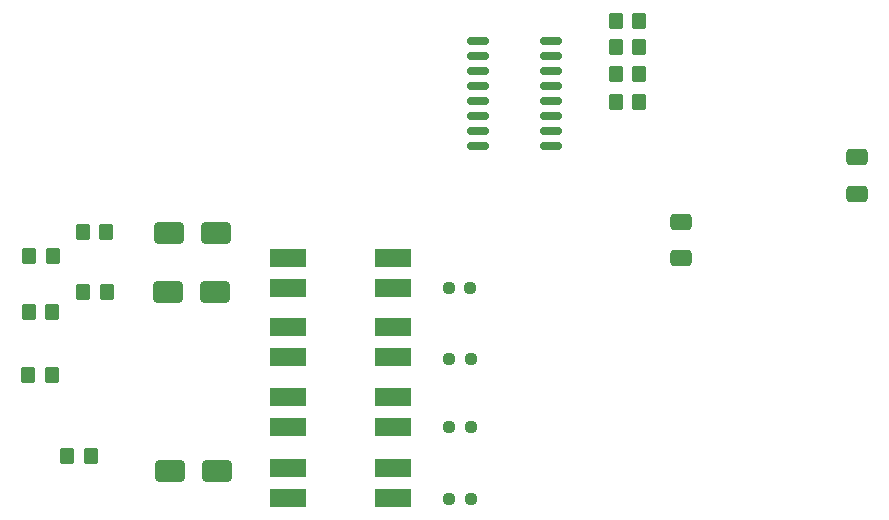
<source format=gbr>
%TF.GenerationSoftware,KiCad,Pcbnew,7.0.8*%
%TF.CreationDate,2025-02-03T20:38:03+05:30*%
%TF.ProjectId,WemosD1Mini-8266,57656d6f-7344-4314-9d69-6e692d383236,rev?*%
%TF.SameCoordinates,Original*%
%TF.FileFunction,Paste,Bot*%
%TF.FilePolarity,Positive*%
%FSLAX46Y46*%
G04 Gerber Fmt 4.6, Leading zero omitted, Abs format (unit mm)*
G04 Created by KiCad (PCBNEW 7.0.8) date 2025-02-03 20:38:03*
%MOMM*%
%LPD*%
G01*
G04 APERTURE LIST*
G04 Aperture macros list*
%AMRoundRect*
0 Rectangle with rounded corners*
0 $1 Rounding radius*
0 $2 $3 $4 $5 $6 $7 $8 $9 X,Y pos of 4 corners*
0 Add a 4 corners polygon primitive as box body*
4,1,4,$2,$3,$4,$5,$6,$7,$8,$9,$2,$3,0*
0 Add four circle primitives for the rounded corners*
1,1,$1+$1,$2,$3*
1,1,$1+$1,$4,$5*
1,1,$1+$1,$6,$7*
1,1,$1+$1,$8,$9*
0 Add four rect primitives between the rounded corners*
20,1,$1+$1,$2,$3,$4,$5,0*
20,1,$1+$1,$4,$5,$6,$7,0*
20,1,$1+$1,$6,$7,$8,$9,0*
20,1,$1+$1,$8,$9,$2,$3,0*%
G04 Aperture macros list end*
%ADD10RoundRect,0.250000X-0.350000X-0.450000X0.350000X-0.450000X0.350000X0.450000X-0.350000X0.450000X0*%
%ADD11RoundRect,0.237500X0.250000X0.237500X-0.250000X0.237500X-0.250000X-0.237500X0.250000X-0.237500X0*%
%ADD12RoundRect,0.162500X0.750000X0.162500X-0.750000X0.162500X-0.750000X-0.162500X0.750000X-0.162500X0*%
%ADD13R,3.100000X1.600000*%
%ADD14RoundRect,0.250000X-1.000000X-0.650000X1.000000X-0.650000X1.000000X0.650000X-1.000000X0.650000X0*%
%ADD15RoundRect,0.250000X0.650000X-0.412500X0.650000X0.412500X-0.650000X0.412500X-0.650000X-0.412500X0*%
%ADD16RoundRect,0.250000X-0.650000X0.412500X-0.650000X-0.412500X0.650000X-0.412500X0.650000X0.412500X0*%
G04 APERTURE END LIST*
D10*
%TO.C,R4*%
X110980000Y-133120000D03*
X112980000Y-133120000D03*
%TD*%
D11*
%TO.C,R3*%
X148392500Y-148870000D03*
X146567500Y-148870000D03*
%TD*%
D12*
%TO.C,U6*%
X155217500Y-110125000D03*
X155217500Y-111395000D03*
X155217500Y-112665000D03*
X155217500Y-113935000D03*
X155217500Y-115205000D03*
X155217500Y-116475000D03*
X155217500Y-117745000D03*
X155217500Y-119015000D03*
X149042500Y-119015000D03*
X149042500Y-117745000D03*
X149042500Y-116475000D03*
X149042500Y-115205000D03*
X149042500Y-113935000D03*
X149042500Y-112665000D03*
X149042500Y-111395000D03*
X149042500Y-110125000D03*
%TD*%
D11*
%TO.C,R9*%
X148392500Y-137020000D03*
X146567500Y-137020000D03*
%TD*%
%TO.C,R14*%
X148342500Y-131070000D03*
X146517500Y-131070000D03*
%TD*%
D10*
%TO.C,R8*%
X115530000Y-126320000D03*
X117530000Y-126320000D03*
%TD*%
%TO.C,R18*%
X160680000Y-115320000D03*
X162680000Y-115320000D03*
%TD*%
%TO.C,R15*%
X160680000Y-110670000D03*
X162680000Y-110670000D03*
%TD*%
D13*
%TO.C,U4*%
X132885000Y-131040000D03*
X132885000Y-128500000D03*
X141775000Y-128500000D03*
X141775000Y-131040000D03*
%TD*%
D10*
%TO.C,R5*%
X115580000Y-131370000D03*
X117580000Y-131370000D03*
%TD*%
D14*
%TO.C,D3*%
X122830000Y-126370000D03*
X126830000Y-126370000D03*
%TD*%
%TO.C,D1*%
X122930000Y-146570000D03*
X126930000Y-146570000D03*
%TD*%
%TO.C,D2*%
X122730000Y-131370000D03*
X126730000Y-131370000D03*
%TD*%
D13*
%TO.C,U3*%
X132885000Y-136890000D03*
X132885000Y-134350000D03*
X141775000Y-134350000D03*
X141775000Y-136890000D03*
%TD*%
D15*
%TO.C,C1*%
X181130000Y-123070000D03*
X181130000Y-119945000D03*
%TD*%
D13*
%TO.C,U2*%
X132885000Y-142840000D03*
X132885000Y-140300000D03*
X141775000Y-140300000D03*
X141775000Y-142840000D03*
%TD*%
%TO.C,U1*%
X132885000Y-148840000D03*
X132885000Y-146300000D03*
X141775000Y-146300000D03*
X141775000Y-148840000D03*
%TD*%
D16*
%TO.C,C2*%
X166180000Y-125420000D03*
X166180000Y-128545000D03*
%TD*%
D10*
%TO.C,R7*%
X111030000Y-128320000D03*
X113030000Y-128320000D03*
%TD*%
D11*
%TO.C,R6*%
X148392500Y-142820000D03*
X146567500Y-142820000D03*
%TD*%
D10*
%TO.C,R2*%
X114230000Y-145270000D03*
X116230000Y-145270000D03*
%TD*%
%TO.C,R16*%
X160680000Y-108420000D03*
X162680000Y-108420000D03*
%TD*%
%TO.C,R1*%
X110930000Y-138420000D03*
X112930000Y-138420000D03*
%TD*%
%TO.C,R17*%
X160680000Y-112920000D03*
X162680000Y-112920000D03*
%TD*%
M02*

</source>
